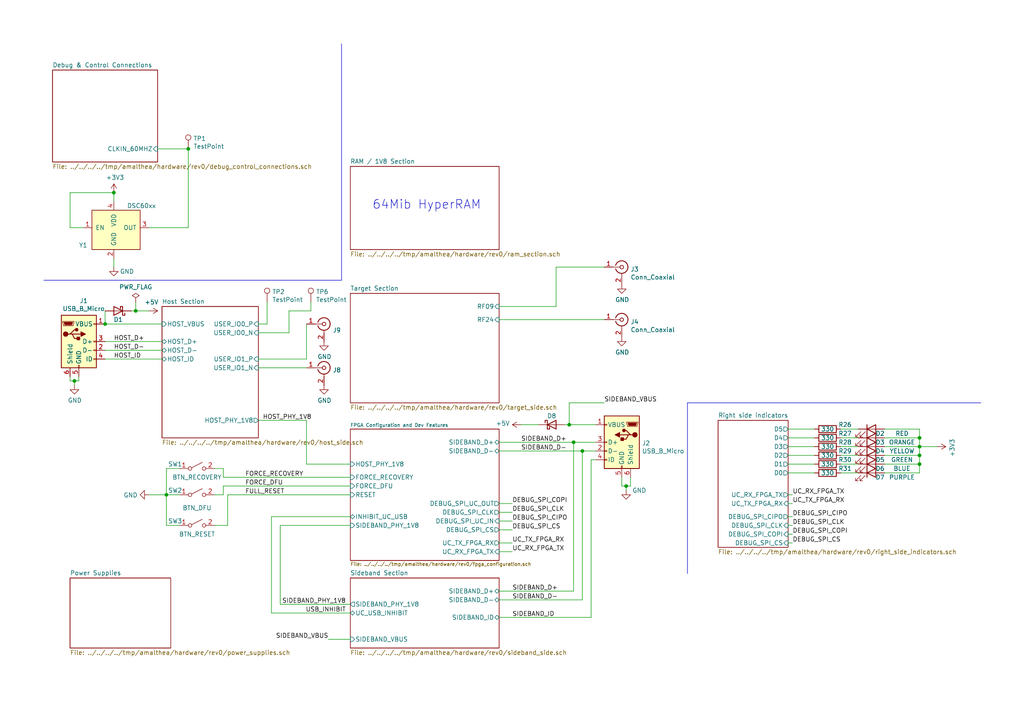
<source format=kicad_sch>
(kicad_sch (version 20230121) (generator eeschema)
  (paper "A4")
  (title_block (title "Amalthea") (date "2019-10-20") (rev "r0") (company "Great Scott Gadgets") (comment 1 "Based on LUNA") (comment 3 "Licensed under CERN-OHL-P version 2"))
  (lib_symbols
    (symbol "Connector:Conn_Coaxial" (pin_names (offset 1.016) hide)
      (property "Reference" "J" (at 0.254 3.048 0))
      (property "Value" "Conn_Coaxial" (at 2.921 0 90))
      (symbol "Conn_Coaxial_0_1"
        (arc (start -1.778 -0.508) (mid 0.2311 -1.8066) (end 1.778 0) (stroke (width 0.254)))
        (polyline (pts (xy -2.54 0) (xy -0.508 0)))
        (polyline (pts (xy 0 -2.54) (xy 0 -1.778)))
        (circle (center 0 0) (radius 0.508) (stroke (width 0.2032)))
        (arc (start 1.778 0) (mid 0.2099 1.8101) (end -1.778 0.508) (stroke (width 0.254)))
      )
      (symbol "Conn_Coaxial_1_1"
        (pin passive line (at -5.08 0 0) (length 2.54) (name "In") (number "1"))
        (pin passive line (at 0 -5.08 90) (length 2.54) (name "Ext") (number "2"))
      )
    )
    (symbol "Connector:TestPoint" (pin_numbers hide) (pin_names (offset 0.762) hide)
      (property "Reference" "TP" (at 0 6.858 0))
      (property "Value" "TestPoint" (at 0 5.08 0))
      (symbol "TestPoint_0_1"
        (circle (center 0 3.302) (radius 0.762))
      )
      (symbol "TestPoint_1_1"
        (pin passive line (at 0 0 90) (length 2.54) (name "1") (number "1"))
      )
    )
    (symbol "Device:D_Schottky" (pin_numbers hide) (pin_names (offset 1.016) hide)
      (property "Reference" "D" (at 0 2.54 0))
      (property "Value" "D_Schottky" (at 0 -2.54 0))
      (symbol "D_Schottky_0_1"
        (polyline (pts (xy 1.27 0) (xy -1.27 0)))
        (polyline (pts (xy 1.27 1.27) (xy 1.27 -1.27) (xy -1.27 0) (xy 1.27 1.27)) (stroke (width 0.254)))
        (polyline (pts (xy -1.905 0.635) (xy -1.905 1.27) (xy -1.27 1.27) (xy -1.27 -1.27) (xy -0.635 -1.27) (xy -0.635 -0.635)) (stroke (width 0.254)))
      )
      (symbol "D_Schottky_1_1"
        (pin passive line (at -3.81 0 0) (length 2.54) (name "K") (number "1"))
        (pin passive line (at 3.81 0 180) (length 2.54) (name "A") (number "2"))
      )
    )
    (symbol "Device:LED" (pin_numbers hide) (pin_names (offset 1.016) hide)
      (property "Reference" "D" (at 0 2.54 0))
      (property "Value" "LED" (at 0 -2.54 0))
      (symbol "LED_0_1"
        (polyline (pts (xy -1.27 -1.27) (xy -1.27 1.27)) (stroke (width 0.254)))
        (polyline (pts (xy -1.27 0) (xy 1.27 0)))
        (polyline (pts (xy 1.27 -1.27) (xy 1.27 1.27) (xy -1.27 0) (xy 1.27 -1.27)) (stroke (width 0.254)))
        (polyline (pts (xy -3.048 -0.762) (xy -4.572 -2.286) (xy -3.81 -2.286) (xy -4.572 -2.286) (xy -4.572 -1.524)))
        (polyline (pts (xy -1.778 -0.762) (xy -3.302 -2.286) (xy -2.54 -2.286) (xy -3.302 -2.286) (xy -3.302 -1.524)))
      )
      (symbol "LED_1_1"
        (pin passive line (at -3.81 0 0) (length 2.54) (name "K") (number "1"))
        (pin passive line (at 3.81 0 180) (length 2.54) (name "A") (number "2"))
      )
    )
    (symbol "Device:R" (pin_numbers hide) (pin_names (offset 0))
      (property "Reference" "R" (at 2.032 0 90))
      (property "Value" "R" (at 0 0 90))
      (symbol "R_0_1"
        (rectangle (start -1.016 -2.54) (end 1.016 2.54) (stroke (width 0.254)))
      )
      (symbol "R_1_1"
        (pin passive line (at 0 3.81 270) (length 1.27) (name "~") (number "1"))
        (pin passive line (at 0 -3.81 90) (length 1.27) (name "~") (number "2"))
      )
    )
    (symbol "Switch:SW_SPST" (pin_names (offset 0) hide)
      (property "Reference" "SW" (at 0 3.175 0))
      (property "Value" "SW_SPST" (at 0 -2.54 0))
      (symbol "SW_SPST_0_0"
        (circle (center -2.032 0) (radius 0.508))
        (polyline (pts (xy -1.524 0.254) (xy 1.524 1.778)))
        (circle (center 2.032 0) (radius 0.508))
      )
      (symbol "SW_SPST_1_1"
        (pin passive line (at -5.08 0 0) (length 2.54) (name "A") (number "1"))
        (pin passive line (at 5.08 0 180) (length 2.54) (name "B") (number "2"))
      )
    )
    (symbol "amalthea_rev0-rescue:USB_B_Micro-Connector" (pin_names (offset 1.016))
      (property "Reference" "J" (at -5.08 11.43 0))
      (property "Value" "Connector_USB_B_Micro" (at -5.08 8.89 0))
      (symbol "USB_B_Micro-Connector_0_1"
        (rectangle (start -5.08 -7.62) (end 5.08 7.62) (stroke (width 0.254)) (fill (type background)))
        (circle (center -3.81 2.159) (radius 0.635) (stroke (width 0.254)) (fill (type outline)))
        (circle (center -0.635 3.429) (radius 0.381) (stroke (width 0.254)) (fill (type outline)))
        (rectangle (start -0.127 -7.62) (end 0.127 -6.858))
        (polyline (pts (xy -1.905 2.159) (xy 0.635 2.159)) (stroke (width 0.254)))
        (polyline (pts (xy -3.175 2.159) (xy -2.54 2.159) (xy -1.27 3.429) (xy -0.635 3.429)) (stroke (width 0.254)))
        (polyline (pts (xy -2.54 2.159) (xy -1.905 2.159) (xy -1.27 0.889) (xy 0 0.889)) (stroke (width 0.254)))
        (polyline (pts (xy 0.635 2.794) (xy 0.635 1.524) (xy 1.905 2.159) (xy 0.635 2.794)) (stroke (width 0.254)) (fill (type outline)))
        (polyline (pts (xy -4.318 5.588) (xy -1.778 5.588) (xy -2.032 4.826) (xy -4.064 4.826) (xy -4.318 5.588)) (fill (type outline)))
        (polyline (pts (xy -4.699 5.842) (xy -4.699 5.588) (xy -4.445 4.826) (xy -4.445 4.572) (xy -1.651 4.572) (xy -1.651 4.826) (xy -1.397 5.588) (xy -1.397 5.842) (xy -4.699 5.842)))
        (rectangle (start 0.254 1.27) (end -0.508 0.508) (stroke (width 0.254)) (fill (type outline)))
        (rectangle (start 5.08 -5.207) (end 4.318 -4.953))
        (rectangle (start 5.08 -2.667) (end 4.318 -2.413))
        (rectangle (start 5.08 -0.127) (end 4.318 0.127))
        (rectangle (start 5.08 4.953) (end 4.318 5.207))
      )
      (symbol "USB_B_Micro-Connector_1_1"
        (pin power_out line (at 7.62 5.08 180) (length 2.54) (name "VBUS") (number "1"))
        (pin passive line (at 7.62 -2.54 180) (length 2.54) (name "D-") (number "2"))
        (pin passive line (at 7.62 0 180) (length 2.54) (name "D+") (number "3"))
        (pin passive line (at 7.62 -5.08 180) (length 2.54) (name "ID") (number "4"))
        (pin power_out line (at 0 -10.16 90) (length 2.54) (name "GND") (number "5"))
        (pin passive line (at -2.54 -10.16 90) (length 2.54) (name "Shield") (number "6"))
      )
    )
    (symbol "power:+3V3" (power) (pin_names (offset 0))
      (property "Value" "+3V3" (at 0 3.556 0))
      (symbol "+3V3_0_1"
        (polyline (pts (xy -0.762 1.27) (xy 0 2.54)))
        (polyline (pts (xy 0 0) (xy 0 2.54)))
        (polyline (pts (xy 0 2.54) (xy 0.762 1.27)))
      )
      (symbol "+3V3_1_1"
        (pin power_in line (at 0 0 90) (length 0) hide (name "+3V3") (number "1"))
      )
    )
    (symbol "power:+5V" (power) (pin_names (offset 0))
      (property "Value" "+5V" (at 0 3.556 0))
      (symbol "+5V_0_1"
        (polyline (pts (xy -0.762 1.27) (xy 0 2.54)))
        (polyline (pts (xy 0 0) (xy 0 2.54)))
        (polyline (pts (xy 0 2.54) (xy 0.762 1.27)))
      )
      (symbol "+5V_1_1"
        (pin power_in line (at 0 0 90) (length 0) hide (name "+5V") (number "1"))
      )
    )
    (symbol "power:GND" (power) (pin_names (offset 0))
      (property "Value" "GND" (at 0 -3.81 0))
      (symbol "GND_0_1"
        (polyline (pts (xy 0 0) (xy 0 -1.27) (xy 1.27 -1.27) (xy 0 -2.54) (xy -1.27 -1.27) (xy 0 -1.27)))
      )
      (symbol "GND_1_1"
        (pin power_in line (at 0 0 270) (length 0) hide (name "GND") (number "1"))
      )
    )
    (symbol "power:PWR_FLAG" (power) (pin_numbers hide) (pin_names (offset 0) hide)
      (property "Value" "PWR_FLAG" (at 0 3.81 0))
      (symbol "PWR_FLAG_0_0"
        (pin power_out line (at 0 0 90) (length 0) (name "pwr") (number "1"))
      )
      (symbol "PWR_FLAG_0_1"
        (polyline (pts (xy 0 0) (xy 0 1.27) (xy -1.016 1.905) (xy 0 2.54) (xy 1.016 1.905) (xy 0 1.27)))
      )
    )
    (symbol "support_hardware:DSC60xx" (pin_names (offset 1.016))
      (property "Reference" "Y" (at 0 1.27 0))
      (property "Value" "DSC60xx" (at 12.7 1.27 0))
      (symbol "DSC60xx_0_1"
        (rectangle (start 0 0) (end 13.97 -11.43) (stroke (width 0.2032)) (fill (type background)))
      )
      (symbol "DSC60xx_1_1"
        (pin input line (at -2.54 -5.08 0) (length 2.54) (name "EN") (number "1"))
        (pin power_in line (at 6.35 -13.97 90) (length 2.54) (name "GND") (number "2"))
        (pin output line (at 16.51 -5.08 180) (length 2.54) (name "OUT") (number "3"))
        (pin power_in line (at 6.35 2.54 270) (length 2.54) (name "VDD") (number "4"))
      )
    )
  )
  (junction (at 30.48 93.98))
  (junction (at 181.61 140.97))
  (junction (at 168.91 130.81))
  (junction (at 266.7 129.54))
  (junction (at 54.61 43.18))
  (junction (at 266.7 132.08))
  (junction (at 33.02 55.88))
  (junction (at 39.37 90.17))
  (junction (at 166.37 128.27))
  (junction (at 21.59 110.49))
  (junction (at 266.7 134.62))
  (junction (at 165.1 123.19))
  (junction (at 48.26 143.51))
  (junction (at 266.7 127))
  (wire (pts (xy 38.1 90.17) (xy 39.37 90.17)))
  (wire (pts (xy 228.6 137.16) (xy 236.22 137.16)))
  (wire (pts (xy 78.74 177.8) (xy 78.74 149.86)))
  (wire (pts (xy 171.45 133.35) (xy 171.45 179.07)))
  (wire (pts (xy 83.82 90.17) (xy 90.17 90.17)))
  (wire (pts (xy 243.84 132.08) (xy 248.92 132.08)))
  (wire (pts (xy 266.7 127) (xy 266.7 129.54)))
  (wire (pts (xy 266.7 129.54) (xy 266.7 132.08)))
  (wire (pts (xy 243.84 129.54) (xy 248.92 129.54)))
  (wire (pts (xy 30.48 99.06) (xy 46.99 99.06)))
  (wire (pts (xy 52.07 135.89) (xy 48.26 135.89)))
  (wire (pts (xy 66.04 143.51) (xy 66.04 152.4)))
  (wire (pts (xy 81.28 175.26) (xy 81.28 152.4)))
  (wire (pts (xy 20.32 110.49) (xy 21.59 110.49)))
  (wire (pts (xy 83.82 96.52) (xy 83.82 90.17)))
  (wire (pts (xy 144.78 173.99) (xy 168.91 173.99)))
  (wire (pts (xy 88.9 104.14) (xy 88.9 93.98)))
  (wire (pts (xy 39.37 87.63) (xy 39.37 90.17)))
  (wire (pts (xy 229.87 143.51) (xy 228.6 143.51)))
  (wire (pts (xy 266.7 134.62) (xy 266.7 137.16)))
  (wire (pts (xy 30.48 90.17) (xy 30.48 93.98)))
  (wire (pts (xy 161.29 88.9) (xy 161.29 77.47)))
  (wire (pts (xy 20.32 109.22) (xy 20.32 110.49)))
  (wire (pts (xy 88.9 121.92) (xy 88.9 134.62)))
  (wire (pts (xy 148.59 153.67) (xy 144.78 153.67)))
  (wire (pts (xy 180.34 140.97) (xy 180.34 138.43)))
  (wire (pts (xy 166.37 128.27) (xy 172.72 128.27)))
  (wire (pts (xy 181.61 142.24) (xy 181.61 140.97)))
  (wire (pts (xy 74.93 96.52) (xy 83.82 96.52)))
  (wire (pts (xy 74.93 121.92) (xy 88.9 121.92)))
  (wire (pts (xy 256.54 124.46) (xy 266.7 124.46)))
  (wire (pts (xy 180.34 140.97) (xy 181.61 140.97)))
  (wire (pts (xy 77.47 93.98) (xy 74.93 93.98)))
  (wire (pts (xy 46.99 101.6) (xy 30.48 101.6)))
  (wire (pts (xy 101.6 177.8) (xy 78.74 177.8)))
  (wire (pts (xy 101.6 152.4) (xy 81.28 152.4)))
  (wire (pts (xy 144.78 128.27) (xy 166.37 128.27)))
  (wire (pts (xy 21.59 111.76) (xy 21.59 110.49)))
  (wire (pts (xy 88.9 134.62) (xy 101.6 134.62)))
  (wire (pts (xy 20.32 66.04) (xy 20.32 55.88)))
  (wire (pts (xy 243.84 124.46) (xy 248.92 124.46)))
  (wire (pts (xy 46.99 93.98) (xy 30.48 93.98)))
  (wire (pts (xy 48.26 135.89) (xy 48.26 143.51)))
  (wire (pts (xy 161.29 77.47) (xy 175.26 77.47)))
  (wire (pts (xy 90.17 90.17) (xy 90.17 87.63)))
  (wire (pts (xy 48.26 143.51) (xy 48.26 152.4)))
  (wire (pts (xy 228.6 152.4) (xy 229.87 152.4)))
  (wire (pts (xy 144.78 171.45) (xy 166.37 171.45)))
  (wire (pts (xy 256.54 129.54) (xy 266.7 129.54)))
  (wire (pts (xy 62.23 143.51) (xy 64.77 143.51)))
  (wire (pts (xy 24.13 66.04) (xy 20.32 66.04)))
  (wire (pts (xy 101.6 185.42) (xy 95.25 185.42)))
  (wire (pts (xy 181.61 140.97) (xy 182.88 140.97)))
  (wire (pts (xy 229.87 149.86) (xy 228.6 149.86)))
  (wire (pts (xy 144.78 146.05) (xy 148.59 146.05)))
  (wire (pts (xy 256.54 134.62) (xy 266.7 134.62)))
  (wire (pts (xy 43.18 143.51) (xy 48.26 143.51)))
  (wire (pts (xy 101.6 175.26) (xy 81.28 175.26)))
  (wire (pts (xy 228.6 134.62) (xy 236.22 134.62)))
  (wire (pts (xy 165.1 116.84) (xy 175.26 116.84)))
  (wire (pts (xy 228.6 129.54) (xy 236.22 129.54)))
  (polyline (pts (xy 199.39 166.37) (xy 199.39 116.84)))
  (wire (pts (xy 39.37 90.17) (xy 43.18 90.17)))
  (wire (pts (xy 144.78 88.9) (xy 161.29 88.9)))
  (wire (pts (xy 54.61 43.18) (xy 54.61 66.04)))
  (wire (pts (xy 74.93 106.68) (xy 88.9 106.68)))
  (wire (pts (xy 101.6 138.43) (xy 64.77 138.43)))
  (wire (pts (xy 62.23 152.4) (xy 66.04 152.4)))
  (wire (pts (xy 243.84 134.62) (xy 248.92 134.62)))
  (wire (pts (xy 33.02 77.47) (xy 33.02 74.93)))
  (wire (pts (xy 228.6 124.46) (xy 236.22 124.46)))
  (wire (pts (xy 30.48 104.14) (xy 46.99 104.14)))
  (wire (pts (xy 168.91 130.81) (xy 172.72 130.81)))
  (wire (pts (xy 228.6 132.08) (xy 236.22 132.08)))
  (wire (pts (xy 243.84 127) (xy 248.92 127)))
  (wire (pts (xy 144.78 148.59) (xy 148.59 148.59)))
  (wire (pts (xy 266.7 129.54) (xy 271.78 129.54)))
  (wire (pts (xy 64.77 140.97) (xy 101.6 140.97)))
  (wire (pts (xy 66.04 143.51) (xy 101.6 143.51)))
  (wire (pts (xy 228.6 127) (xy 236.22 127)))
  (wire (pts (xy 144.78 92.71) (xy 175.26 92.71)))
  (wire (pts (xy 77.47 87.63) (xy 77.47 93.98)))
  (polyline (pts (xy 99.06 81.28) (xy 12.7 81.28)))
  (wire (pts (xy 165.1 123.19) (xy 172.72 123.19)))
  (wire (pts (xy 266.7 124.46) (xy 266.7 127)))
  (wire (pts (xy 144.78 157.48) (xy 148.59 157.48)))
  (wire (pts (xy 64.77 135.89) (xy 64.77 138.43)))
  (wire (pts (xy 172.72 133.35) (xy 171.45 133.35)))
  (wire (pts (xy 182.88 140.97) (xy 182.88 138.43)))
  (wire (pts (xy 48.26 143.51) (xy 52.07 143.51)))
  (wire (pts (xy 64.77 143.51) (xy 64.77 140.97)))
  (wire (pts (xy 163.83 123.19) (xy 165.1 123.19)))
  (wire (pts (xy 166.37 171.45) (xy 166.37 128.27)))
  (wire (pts (xy 171.45 179.07) (xy 144.78 179.07)))
  (polyline (pts (xy 199.39 116.84) (xy 284.48 116.84)))
  (wire (pts (xy 20.32 55.88) (xy 33.02 55.88)))
  (wire (pts (xy 33.02 55.88) (xy 33.02 58.42)))
  (wire (pts (xy 45.72 43.18) (xy 54.61 43.18)))
  (wire (pts (xy 266.7 137.16) (xy 256.54 137.16)))
  (wire (pts (xy 144.78 160.02) (xy 148.59 160.02)))
  (wire (pts (xy 144.78 151.13) (xy 148.59 151.13)))
  (wire (pts (xy 151.13 123.19) (xy 156.21 123.19)))
  (polyline (pts (xy 99.06 12.7) (xy 99.06 81.28)))
  (wire (pts (xy 229.87 154.94) (xy 228.6 154.94)))
  (wire (pts (xy 22.86 110.49) (xy 22.86 109.22)))
  (wire (pts (xy 43.18 66.04) (xy 54.61 66.04)))
  (wire (pts (xy 256.54 127) (xy 266.7 127)))
  (wire (pts (xy 78.74 149.86) (xy 101.6 149.86)))
  (wire (pts (xy 168.91 173.99) (xy 168.91 130.81)))
  (wire (pts (xy 228.6 146.05) (xy 229.87 146.05)))
  (wire (pts (xy 266.7 132.08) (xy 266.7 134.62)))
  (wire (pts (xy 165.1 123.19) (xy 165.1 116.84)))
  (wire (pts (xy 74.93 104.14) (xy 88.9 104.14)))
  (wire (pts (xy 228.6 157.48) (xy 229.87 157.48)))
  (wire (pts (xy 256.54 132.08) (xy 266.7 132.08)))
  (wire (pts (xy 62.23 135.89) (xy 64.77 135.89)))
  (wire (pts (xy 243.84 137.16) (xy 248.92 137.16)))
  (wire (pts (xy 48.26 152.4) (xy 52.07 152.4)))
  (wire (pts (xy 144.78 130.81) (xy 168.91 130.81)))
  (wire (pts (xy 21.59 110.49) (xy 22.86 110.49)))
  (text "64Mib HyperRAM" (at 107.95 60.96 0) (effects (font (size 2.54 2.54)) (justify left bottom)))
  (label "FORCE_DFU" (at 71.12 140.97 0))
  (label "SIDEBAND_VBUS" (at 95.25 185.42 180))
  (label "SIDEBAND_D+" (at 151.13 128.27 0))
  (label "DEBUG_SPI_CS" (at 229.87 157.48 0))
  (label "DEBUG_SPI_COPI" (at 229.87 154.94 0))
  (label "DEBUG_SPI_CIPO" (at 148.59 151.13 0))
  (label "DEBUG_SPI_COPI" (at 148.59 146.05 0))
  (label "HOST_PHY_1V8" (at 76.2 121.92 0))
  (label "DEBUG_SPI_CS" (at 148.59 153.67 0))
  (label "SIDEBAND_VBUS" (at 175.26 116.84 0))
  (label "DEBUG_SPI_CLK" (at 148.59 148.59 0))
  (label "HOST_ID" (at 33.02 104.14 0))
  (label "SIDEBAND_D+" (at 148.59 171.45 0))
  (label "DEBUG_SPI_CIPO" (at 229.87 149.86 0))
  (label "FORCE_RECOVERY" (at 71.12 138.43 0))
  (label "HOST_D+" (at 33.02 99.06 0))
  (label "SIDEBAND_ID" (at 148.59 179.07 0))
  (label "DEBUG_SPI_CLK" (at 229.87 152.4 0))
  (label "USB_INHIBIT" (at 100.33 177.8 180))
  (label "UC_TX_FPGA_RX" (at 229.87 146.05 0))
  (label "UC_RX_FPGA_TX" (at 229.87 143.51 0))
  (label "UC_TX_FPGA_RX" (at 148.59 157.48 0))
  (label "UC_RX_FPGA_TX" (at 148.59 160.02 0))
  (label "HOST_D-" (at 33.02 101.6 0))
  (label "SIDEBAND_PHY_1V8" (at 100.33 175.26 180))
  (label "FULL_RESET" (at 71.12 143.51 0))
  (label "SIDEBAND_D-" (at 151.13 130.81 0))
  (label "SIDEBAND_D-" (at 148.59 173.99 0))
  (symbol (lib_id "amalthea_rev0-rescue:USB_B_Micro-Connector") (at 180.34 128.27 0) (mirror y) (unit 1)
    (property "Reference" "J2" (at 186.182 128.5494 0) (effects (justify right)))
    (property "Value" "USB_B_Micro" (at 186.182 130.8354 0) (effects (justify right)))
    (property "Footprint" "Connector_USB:USB_Micro-B_Amphenol_10103594-0001LF_Horizontal" (effects hide))
    (property "Manufacturer_Part_Number" "10103594-0001LF" (effects hide))
  )
  (symbol (lib_id "power:GND") (at 181.61 142.24 0) (unit 1)
    (property "Reference" "#PWR06" (effects hide))
    (property "Value" "GND" (at 185.42 142.24 0))
  )
  (symbol (lib_id "Device:D_Schottky") (at 160.02 123.19 0) (unit 1)
    (property "Reference" "D8" (at 160.02 120.65 0))
    (property "Value" "PMEG3050EP,115" (effects hide))
    (property "Footprint" "amalthea:SOD128" (effects hide))
    (property "Manufacturer_Part_Number" "PMEG3050EP,115" (effects hide))
  )
  (symbol (lib_id "power:+5V") (at 151.13 123.19 90) (unit 1)
    (property "Reference" "#PWR05" (effects hide))
    (property "Value" "+5V" (at 147.8788 122.809 90) (effects (justify left)))
  )
  (symbol (lib_id "amalthea_rev0-rescue:USB_B_Micro-Connector") (at 22.86 99.06 0) (unit 1)
    (property "Reference" "J1" (at 24.2824 87.249 0))
    (property "Value" "USB_B_Micro" (at 24.2824 89.535 0))
    (property "Footprint" "Connector_USB:USB_Micro-B_Amphenol_10103594-0001LF_Horizontal" (effects hide))
    (property "Manufacturer_Part_Number" "10103594-0001LF" (effects hide))
  )
  (symbol (lib_id "power:GND") (at 21.59 111.76 0) (unit 1)
    (property "Reference" "#PWR01" (effects hide))
    (property "Value" "GND" (at 21.6916 116.1288 0))
  )
  (symbol (lib_id "Device:D_Schottky") (at 34.29 90.17 180) (unit 1)
    (property "Reference" "D1" (at 34.29 92.71 0))
    (property "Value" "PMEG3050EP,115" (effects hide))
    (property "Footprint" "amalthea:SOD128" (effects hide))
    (property "Manufacturer_Part_Number" "PMEG3050EP,115" (effects hide))
  )
  (symbol (lib_id "power:+3V3") (at 271.78 129.54 270) (unit 1)
    (property "Reference" "#PWR04" (effects hide))
    (property "Value" "+3V3" (at 276.1742 129.8956 0))
  )
  (symbol (lib_id "Device:LED") (at 252.73 137.16 0) (unit 1)
    (property "Reference" "D7" (at 255.27 138.43 0))
    (property "Value" "PURPLE" (at 261.62 138.43 0))
    (property "Footprint" "LED_SMD:LED_0603_1608Metric_Pad1.05x0.95mm_HandSolder" (effects hide))
  )
  (symbol (lib_id "Device:LED") (at 252.73 134.62 0) (unit 1)
    (property "Reference" "D6" (at 255.27 135.89 0))
    (property "Value" "BLUE" (at 261.62 135.89 0))
    (property "Footprint" "LED_SMD:LED_0603_1608Metric_Pad1.05x0.95mm_HandSolder" (effects hide))
    (property "Manufacturer_Part_Number" "KB DELPS2.12-QHRI-24-Z555-10-S" (effects hide))
  )
  (symbol (lib_id "Device:LED") (at 252.73 132.08 0) (unit 1)
    (property "Reference" "D5" (at 255.27 133.35 0))
    (property "Value" "GREEN" (at 261.62 133.35 0))
    (property "Footprint" "LED_SMD:LED_0603_1608Metric_Pad1.05x0.95mm_HandSolder" (effects hide))
    (property "Manufacturer_Part_Number" "KG DELMS1.22-PHQI-24-E6L6" (effects hide))
  )
  (symbol (lib_id "Device:LED") (at 252.73 129.54 0) (unit 1)
    (property "Reference" "D4" (at 255.27 130.81 0))
    (property "Value" "YELLOW" (at 261.62 130.81 0))
    (property "Footprint" "LED_SMD:LED_0603_1608Metric_Pad1.05x0.95mm_HandSolder" (effects hide))
    (property "Manufacturer_Part_Number" "KY DELMS1.22-RHSI-26-G6N4" (effects hide))
  )
  (symbol (lib_id "Device:LED") (at 252.73 127 0) (unit 1)
    (property "Reference" "D3" (at 255.27 128.27 0))
    (property "Value" "ORANGE" (at 261.62 128.27 0))
    (property "Footprint" "LED_SMD:LED_0603_1608Metric_Pad1.05x0.95mm_HandSolder" (effects hide))
    (property "Manufacturer_Part_Number" "KO DELMS1.22-SGTH-24-E6L6" (effects hide))
  )
  (symbol (lib_id "Device:LED") (at 252.73 124.46 0) (unit 1)
    (property "Reference" "D2" (at 255.27 125.73 0))
    (property "Value" "RED" (at 261.62 125.73 0))
    (property "Footprint" "LED_SMD:LED_0603_1608Metric_Pad1.05x0.95mm_HandSolder" (effects hide))
    (property "Manufacturer_Part_Number" "KR DELMS1.22-RHSI-24-E6L6" (effects hide))
  )
  (symbol (lib_id "support_hardware:DSC60xx") (at 26.67 60.96 0) (unit 1)
    (property "Reference" "Y1" (at 22.86 71.12 0) (effects (justify left)))
    (property "Value" "DSC60xx" (at 36.83 59.69 0) (effects (justify left)))
    (property "Footprint" "Crystal:Crystal_SMD_2016-4Pin_2.0x1.6mm" (effects hide))
    (property "Manufacturer_Part_Number" "DSC6001MI2A-060.0000 " (effects hide))
  )
  (symbol (lib_id "power:+3V3") (at 33.02 55.88 0) (unit 1)
    (property "Reference" "#PWR011" (effects hide))
    (property "Value" "+3V3" (at 33.3756 51.4858 0))
  )
  (symbol (lib_id "Switch:SW_SPST") (at 57.15 135.89 0) (unit 1)
    (property "Reference" "SW1" (at 50.8 134.62 0))
    (property "Value" "BTN_RECOVERY" (at 57.15 138.43 0))
    (property "Footprint" "amalthea:SWITCH-FSMRA" (effects hide))
    (property "Manufacturer_Part_Number" "FSMRA3JH" (effects hide))
  )
  (symbol (lib_id "Switch:SW_SPST") (at 57.15 143.51 0) (unit 1)
    (property "Reference" "SW2" (at 50.8 142.24 0))
    (property "Value" "BTN_DFU" (at 57.15 147.32 0))
    (property "Footprint" "amalthea:SWITCH-FSMRA" (effects hide))
    (property "Manufacturer_Part_Number" "FSMRA3JH" (effects hide))
  )
  (symbol (lib_id "Connector:TestPoint") (at 54.61 43.18 0) (unit 1)
    (property "Reference" "TP1" (at 56.0832 40.1828 0) (effects (justify left)))
    (property "Value" "TestPoint" (at 56.0832 42.4688 0) (effects (justify left)))
    (property "Footprint" "TestPoint:TestPoint_Pad_D1.0mm" (effects hide))
  )
  (symbol (lib_id "Switch:SW_SPST") (at 57.15 152.4 0) (unit 1)
    (property "Reference" "SW3" (at 50.8 151.13 0))
    (property "Value" "BTN_RESET" (at 57.15 154.94 0))
    (property "Footprint" "amalthea:SWITCH-FSMRA" (effects hide))
    (property "Manufacturer_Part_Number" "FSMRA3JH" (effects hide))
  )
  (symbol (lib_id "power:+5V") (at 43.18 90.17 270) (unit 1)
    (property "Reference" "#PWR0113" (effects hide))
    (property "Value" "+5V" (at 41.91 87.63 90) (effects (justify left)))
  )
  (symbol (lib_id "power:GND") (at 43.18 143.51 270) (unit 1)
    (property "Reference" "#PWR0102" (effects hide))
    (property "Value" "GND" (at 39.9288 143.6116 90) (effects (justify right)))
  )
  (symbol (lib_id "Device:R") (at 240.03 124.46 270) (unit 1)
    (property "Reference" "R26" (at 245.11 123.19 90))
    (property "Value" "330" (at 240.03 124.46 90))
    (property "Footprint" "Resistor_SMD:R_0402_1005Metric" (effects hide))
    (property "Manufacturer_Part_Number" "CRCW0402330RFKEDC" (effects hide))
  )
  (symbol (lib_id "Device:R") (at 240.03 127 270) (unit 1)
    (property "Reference" "R27" (at 245.11 125.73 90))
    (property "Value" "330" (at 240.03 127 90))
    (property "Footprint" "Resistor_SMD:R_0402_1005Metric" (effects hide))
    (property "Manufacturer_Part_Number" "CRCW0402330RFKEDC" (effects hide))
  )
  (symbol (lib_id "Device:R") (at 240.03 129.54 270) (unit 1)
    (property "Reference" "R28" (at 245.11 128.27 90))
    (property "Value" "330" (at 240.03 129.54 90))
    (property "Footprint" "Resistor_SMD:R_0402_1005Metric" (effects hide))
    (property "Manufacturer_Part_Number" "CRCW0402330RFKEDC" (effects hide))
  )
  (symbol (lib_id "Device:R") (at 240.03 132.08 270) (unit 1)
    (property "Reference" "R29" (at 245.11 130.81 90))
    (property "Value" "330" (at 240.03 132.08 90))
    (property "Footprint" "Resistor_SMD:R_0402_1005Metric" (effects hide))
    (property "Manufacturer_Part_Number" "CRCW0402330RFKEDC" (effects hide))
  )
  (symbol (lib_id "Device:R") (at 240.03 134.62 270) (unit 1)
    (property "Reference" "R30" (at 245.11 133.35 90))
    (property "Value" "330" (at 240.03 134.62 90))
    (property "Footprint" "Resistor_SMD:R_0402_1005Metric" (effects hide))
    (property "Manufacturer_Part_Number" "CRCW0402330RFKEDC" (effects hide))
  )
  (symbol (lib_id "Device:R") (at 240.03 137.16 270) (unit 1)
    (property "Reference" "R31" (at 245.11 135.89 90))
    (property "Value" "330" (at 240.03 137.16 90))
    (property "Footprint" "Resistor_SMD:R_0402_1005Metric" (effects hide))
    (property "Manufacturer_Part_Number" "CRCW0402330RFKEDC" (effects hide))
  )
  (symbol (lib_id "power:GND") (at 33.02 77.47 0) (unit 1)
    (property "Reference" "#PWR0104" (effects hide))
    (property "Value" "GND" (at 36.83 78.74 0))
  )
  (symbol (lib_id "Connector:Conn_Coaxial") (at 93.98 106.68 0) (unit 1)
    (property "Reference" "J8" (at 96.52 107.3404 0) (effects (justify left)))
    (property "Value" "Conn_Coaxial" (effects hide))
    (property "Footprint" "amalthea:SMA-EDGE" (effects hide))
    (property "Datasheet" " ~" (effects hide))
    (property "Manufacturer_Part_Number" "CONSMA003.062" (effects hide))
  )
  (symbol (lib_id "Connector:Conn_Coaxial") (at 93.98 93.98 0) (unit 1)
    (property "Reference" "J9" (at 96.4946 95.7834 0) (effects (justify left)))
    (property "Value" "Conn_Coaxial" (effects hide))
    (property "Footprint" "amalthea:SMA-EDGE" (effects hide))
    (property "Datasheet" " ~" (effects hide))
    (property "Manufacturer_Part_Number" "CONSMA003.062" (effects hide))
  )
  (symbol (lib_id "Connector:Conn_Coaxial") (at 180.34 77.47 0) (unit 1)
    (property "Reference" "J3" (at 182.88 78.105 0) (effects (justify left)))
    (property "Value" "Conn_Coaxial" (at 182.88 80.4164 0) (effects (justify left)))
    (property "Footprint" "amalthea:SMA-EDGE" (effects hide))
    (property "Datasheet" " ~" (effects hide))
    (property "Manufacturer_Part_Number" "CONSMA003.062" (effects hide))
  )
  (symbol (lib_id "Connector:Conn_Coaxial") (at 180.34 92.71 0) (unit 1)
    (property "Reference" "J4" (at 182.88 93.345 0) (effects (justify left)))
    (property "Value" "Conn_Coaxial" (at 182.88 95.6564 0) (effects (justify left)))
    (property "Footprint" "amalthea:SMA-EDGE" (effects hide))
    (property "Datasheet" " ~" (effects hide))
    (property "Manufacturer_Part_Number" "CONSMA003.062" (effects hide))
  )
  (symbol (lib_id "power:GND") (at 180.34 82.55 0) (unit 1)
    (property "Reference" "#PWR0114" (effects hide))
    (property "Value" "GND" (at 180.467 86.9442 0))
  )
  (symbol (lib_id "power:GND") (at 180.34 97.79 0) (unit 1)
    (property "Reference" "#PWR0115" (effects hide))
    (property "Value" "GND" (at 180.467 102.1842 0))
  )
  (symbol (lib_id "power:PWR_FLAG") (at 39.37 87.63 0) (unit 1)
    (property "Reference" "#FLG0101" (effects hide))
    (property "Value" "PWR_FLAG" (at 39.37 83.2358 0))
  )
  (symbol (lib_id "power:GND") (at 93.98 111.76 0) (unit 1)
    (property "Reference" "#PWR0142" (effects hide))
    (property "Value" "GND" (at 94.107 116.1542 0))
  )
  (symbol (lib_id "power:GND") (at 93.98 99.06 0) (unit 1)
    (property "Reference" "#PWR0143" (effects hide))
    (property "Value" "GND" (at 94.107 103.4542 0))
  )
  (symbol (lib_id "Connector:TestPoint") (at 77.47 87.63 0) (unit 1)
    (property "Reference" "TP2" (at 78.9432 84.6328 0) (effects (justify left)))
    (property "Value" "TestPoint" (at 78.9432 86.9188 0) (effects (justify left)))
    (property "Footprint" "TestPoint:TestPoint_Pad_D1.0mm" (effects hide))
  )
  (symbol (lib_id "Connector:TestPoint") (at 90.17 87.63 0) (unit 1)
    (property "Reference" "TP6" (at 91.6432 84.6328 0) (effects (justify left)))
    (property "Value" "TestPoint" (at 91.6432 86.9188 0) (effects (justify left)))
    (property "Footprint" "TestPoint:TestPoint_Pad_D1.0mm" (effects hide))
  )
  (sheet (at 20.32 167.64) (size 29.21 20.32)
    (property "Sheetname" "Power Supplies" (at 20.32 166.9284 0) (effects (justify left bottom)))
    (property "Sheetfile" "../../../../tmp/amalthea/hardware/rev0/power_supplies.sch" (at 20.32 188.5446 0) (effects (justify left top)))
  )
  (sheet (at 101.6 124.46) (size 43.18 38.1)
    (property "Sheetname" "FPGA Configuration and Dev Features" (at 101.6 123.8881 0) (effects (font (size 0.9906 0.9906)) (justify left bottom)))
    (property "Sheetfile" "../../../../tmp/amalthea/hardware/rev0/fpga_configuration.sch" (at 101.6 163.0328 0) (effects (font (size 0.9906 0.9906)) (justify left top)))
    (pin "SIDEBAND_D-" bidirectional (at 144.78 130.81 0))
    (pin "SIDEBAND_D+" bidirectional (at 144.78 128.27 0))
    (pin "DEBUG_SPI_UC_OUT" output (at 144.78 146.05 0))
    (pin "DEBUG_SPI_CLK" output (at 144.78 148.59 0))
    (pin "DEBUG_SPI_UC_IN" input (at 144.78 151.13 0))
    (pin "SIDEBAND_PHY_1V8" input (at 101.6 152.4 180))
    (pin "HOST_PHY_1V8" input (at 101.6 134.62 180))
    (pin "FORCE_RECOVERY" input (at 101.6 138.43 180))
    (pin "FORCE_DFU" input (at 101.6 140.97 180))
    (pin "INHIBIT_UC_USB" bidirectional (at 101.6 149.86 180))
    (pin "RESET" input (at 101.6 143.51 180))
    (pin "UC_TX_FPGA_RX" output (at 144.78 157.48 0))
    (pin "UC_RX_FPGA_TX" input (at 144.78 160.02 0))
    (pin "DEBUG_SPI_CS" output (at 144.78 153.67 0))
  )
  (sheet (at 101.6 167.64) (size 43.18 20.32)
    (property "Sheetname" "Sideband Section" (at 101.6 166.9284 0) (effects (justify left bottom)))
    (property "Sheetfile" "../../../../tmp/amalthea/hardware/rev0/sideband_side.sch" (at 101.6 188.5446 0) (effects (justify left top)))
    (pin "SIDEBAND_PHY_1V8" output (at 101.6 175.26 180))
    (pin "SIDEBAND_VBUS" input (at 101.6 185.42 180))
    (pin "SIDEBAND_D-" bidirectional (at 144.78 173.99 0))
    (pin "SIDEBAND_D+" bidirectional (at 144.78 171.45 0))
    (pin "SIDEBAND_ID" bidirectional (at 144.78 179.07 0))
    (pin "UC_USB_INHIBIT" bidirectional (at 101.6 177.8 180))
  )
  (sheet (at 46.99 88.9) (size 27.94 38.1)
    (property "Sheetname" "Host Section" (at 46.99 88.1884 0) (effects (justify left bottom)))
    (property "Sheetfile" "../../../../tmp/amalthea/hardware/rev0/host_side.sch" (at 46.99 127.5846 0) (effects (justify left top)))
    (pin "HOST_ID" bidirectional (at 46.99 104.14 180))
    (pin "HOST_D+" bidirectional (at 46.99 99.06 180))
    (pin "HOST_D-" bidirectional (at 46.99 101.6 180))
    (pin "HOST_VBUS" input (at 46.99 93.98 180))
    (pin "HOST_PHY_1V8" output (at 74.93 121.92 0))
    (pin "USER_IO0_P" input (at 74.93 93.98 0))
    (pin "USER_IO0_N" input (at 74.93 96.52 0))
    (pin "USER_IO1_N" input (at 74.93 106.68 0))
    (pin "USER_IO1_P" input (at 74.93 104.14 0))
  )
  (sheet (at 101.6 85.09) (size 43.18 31.75)
    (property "Sheetname" "Target Section" (at 101.6 84.3784 0) (effects (justify left bottom)))
    (property "Sheetfile" "../../../../tmp/amalthea/hardware/rev0/target_side.sch" (at 101.6 117.4246 0) (effects (justify left top)))
    (pin "RF24" input (at 144.78 92.71 0))
    (pin "RF09" input (at 144.78 88.9 0))
  )
  (sheet (at 101.6 48.26) (size 43.18 24.13)
    (property "Sheetname" "RAM / 1V8 Section" (at 101.6 47.5484 0) (effects (justify left bottom)))
    (property "Sheetfile" "../../../../tmp/amalthea/hardware/rev0/ram_section.sch" (at 101.6 72.9746 0) (effects (justify left top)))
  )
  (sheet (at 208.28 121.92) (size 20.32 36.83)
    (property "Sheetname" "Right side indicators" (at 208.28 121.2084 0) (effects (justify left bottom)))
    (property "Sheetfile" "../../../../tmp/amalthea/hardware/rev0/right_side_indicators.sch" (at 208.28 159.3346 0) (effects (justify left top)))
    (pin "D5" output (at 228.6 124.46 0))
    (pin "D4" output (at 228.6 127 0))
    (pin "D3" output (at 228.6 129.54 0))
    (pin "D2" output (at 228.6 132.08 0))
    (pin "D1" output (at 228.6 134.62 0))
    (pin "D0" output (at 228.6 137.16 0))
    (pin "UC_RX_FPGA_TX" output (at 228.6 143.51 0))
    (pin "UC_TX_FPGA_RX" input (at 228.6 146.05 0))
    (pin "DEBUG_SPI_CIPO" output (at 228.6 149.86 0))
    (pin "DEBUG_SPI_CLK" input (at 228.6 152.4 0))
    (pin "DEBUG_SPI_COPI" input (at 228.6 154.94 0))
    (pin "DEBUG_SPI_CS" input (at 228.6 157.48 0))
  )
  (sheet (at 15.24 20.32) (size 30.48 26.67)
    (property "Sheetname" "Debug & Control Connections" (at 15.24 19.6084 0) (effects (justify left bottom)))
    (property "Sheetfile" "../../../../tmp/amalthea/hardware/rev0/debug_control_connections.sch" (at 15.24 47.5746 0) (effects (justify left top)))
    (pin "CLKIN_60MHZ" input (at 45.72 43.18 0))
  )
)
</source>
